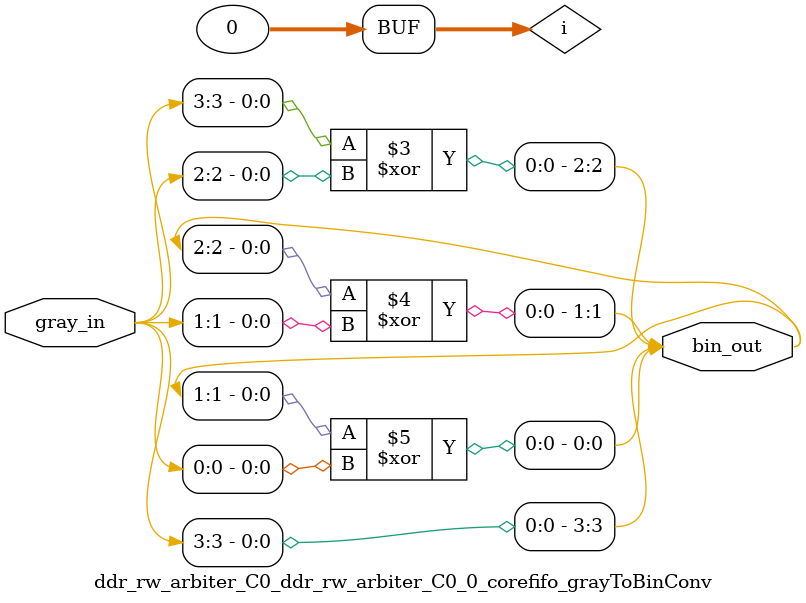
<source format=v>


`timescale 1ns / 100ps

module ddr_rw_arbiter_C0_ddr_rw_arbiter_C0_0_corefifo_grayToBinConv(
                                         gray_in,
                                         bin_out
                                        );

   // --------------------------------------------------------------------------
   // Parameter Declaration
   // --------------------------------------------------------------------------
   parameter ADDRWIDTH  = 3;
  // parameter SYNC_RESET = 0;   

   // --------------------------------------------------------------------------
   // I/O Declaration
   // --------------------------------------------------------------------------

   //--------
   // Inputs
   //--------
   input [ADDRWIDTH:0]    gray_in;

   //---------
   // Outputs
   //---------
   output [ADDRWIDTH:0] bin_out;

   // --------------------------------------------------------------------------
   // Internal signals
   // --------------------------------------------------------------------------
   reg [ADDRWIDTH:0]      bin_out;   
   integer                i;
   

   // --------------------------------------------------------------------------
   //                               Start - of - Code
   // --------------------------------------------------------------------------


   // --------------------------------------------------------------------------
   // Logic to Convert the Gray code to Binary
   // --------------------------------------------------------------------------
   always @(*) begin

      bin_out[ADDRWIDTH]  = gray_in[ADDRWIDTH];      

      for(i=ADDRWIDTH;i>0;i = i-1) begin
         bin_out[i-1]     = (bin_out[i] ^ gray_in[i-1]);
      end

   end

endmodule // corefifo_grayToBinConv

// --------------------------------------------------------------------------
//                             End - of - Code
// --------------------------------------------------------------------------

</source>
